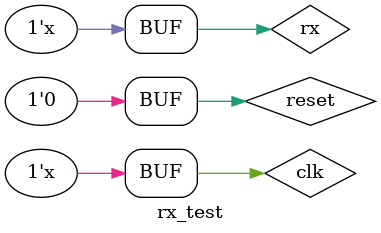
<source format=v>
`timescale 1ns / 1ps


module rx_test;

	// Inputs
	reg clk;
	reg reset;
	reg rx;
	wire s_tick;

	// Outputs
	wire rx_done_tick;
	wire [7:0] dout;

	// Instantiate the Unit Under Test (UUT)
	uart_rx uut (
		.clk(clk), 
		.reset(reset), 
		.rx(rx), 
		.s_tick(s_tick), 
		.rx_done_tick(rx_done_tick), 
		.dout(dout)
	);

	initial begin
		// Initialize Inputs
		clk = 0;
		reset = 0;
		rx = 0;
		//s_tick = 0;

		// Wait 100 ns for global reset to finish
		#50;
		reset = 1;
		#100;
		reset = 0;
        
		// Add stimulus here

	end
	
	always @ (s_tick)
	begin
		rx = ~rx;
	end
	
	mod_m_counter #(.M(3), .N(2)) baud_gen_unit
		 (.clk(clk), .reset(reset), .q(), .max_tick(s_tick));
		 
	always
	begin
		#100;
		clk = ~clk;
	end
      
endmodule


</source>
